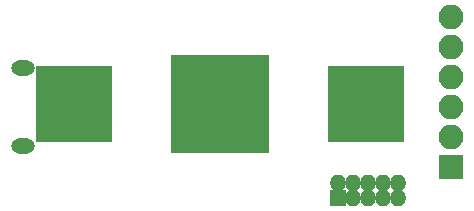
<source format=gbs>
G04 #@! TF.FileFunction,Soldermask,Bot*
%FSLAX46Y46*%
G04 Gerber Fmt 4.6, Leading zero omitted, Abs format (unit mm)*
G04 Created by KiCad (PCBNEW 4.0.6) date Tue Sep  5 19:33:10 2017*
%MOMM*%
%LPD*%
G01*
G04 APERTURE LIST*
%ADD10C,0.150000*%
%ADD11R,6.470000X6.470000*%
%ADD12R,8.400000X8.400000*%
%ADD13O,1.997660X1.299160*%
%ADD14R,1.400000X1.400000*%
%ADD15O,1.400000X1.400000*%
%ADD16R,2.100000X2.100000*%
%ADD17O,2.100000X2.100000*%
G04 APERTURE END LIST*
D10*
D11*
X170400000Y-88200000D03*
X145740000Y-88200000D03*
D12*
X158070000Y-88200000D03*
D13*
X141400460Y-85102680D03*
X141400460Y-91701600D03*
D14*
X168060000Y-96100000D03*
D15*
X168060000Y-94830000D03*
X169330000Y-96100000D03*
X169330000Y-94830000D03*
X170600000Y-96100000D03*
X170600000Y-94830000D03*
X171870000Y-96100000D03*
X171870000Y-94830000D03*
X173140000Y-96100000D03*
X173140000Y-94830000D03*
D16*
X177600000Y-93540000D03*
D17*
X177600000Y-91000000D03*
X177600000Y-88460000D03*
X177600000Y-85920000D03*
X177600000Y-83380000D03*
X177600000Y-80840000D03*
M02*

</source>
